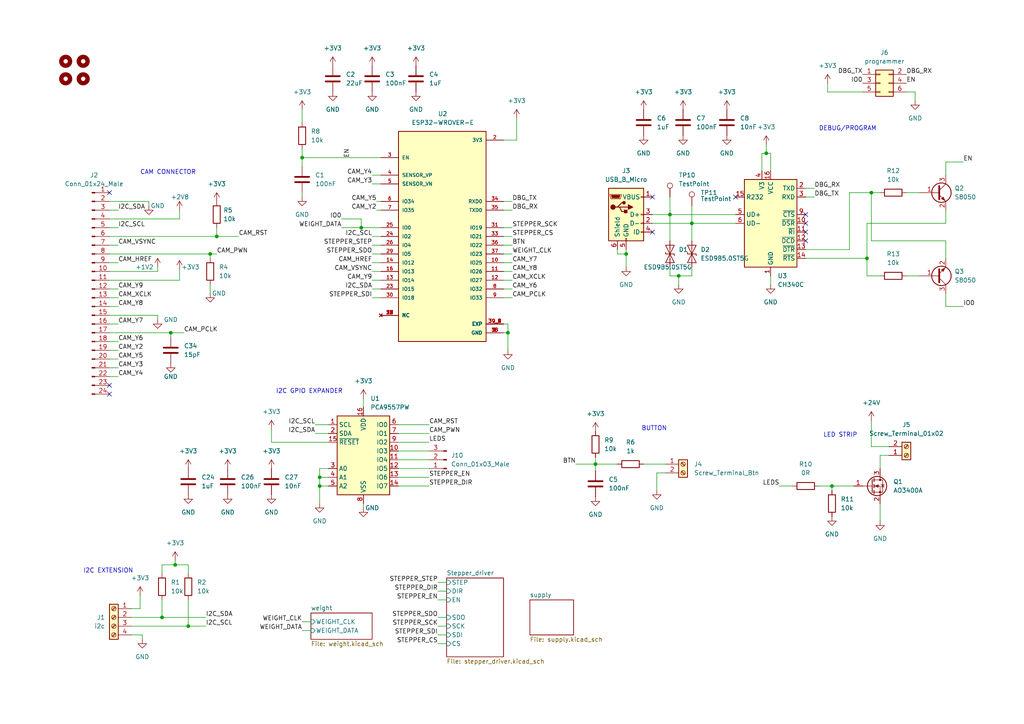
<source format=kicad_sch>
(kicad_sch (version 20211123) (generator eeschema)
  (paper "A4")
  (lib_symbols
    (symbol "Connector:Conn_01x03_Male" (pin_names (offset 1.016) hide)
      (property "Reference" "J" (at 0 5.08 0))
      (property "Value" "Conn_01x03_Male" (at 0 -5.08 0))
      (symbol "Conn_01x03_Male_1_1"
        (pin passive line (at 5.08 2.54 180) (length 3.81) (name "Pin_1") (number "1"))
        (pin passive line (at 5.08 0 180) (length 3.81) (name "Pin_2") (number "2"))
        (pin passive line (at 5.08 -2.54 180) (length 3.81) (name "Pin_3") (number "3"))
      )
    )
    (symbol "Connector:Conn_01x24_Male" (pin_names (offset 1.016) hide)
      (property "Reference" "J" (at 0 30.48 0))
      (property "Value" "Conn_01x24_Male" (at 0 -33.02 0))
      (symbol "Conn_01x24_Male_1_1"
        (pin passive line (at 5.08 27.94 180) (length 3.81) (name "Pin_1") (number "1"))
        (pin passive line (at 5.08 5.08 180) (length 3.81) (name "Pin_10") (number "10"))
        (pin passive line (at 5.08 2.54 180) (length 3.81) (name "Pin_11") (number "11"))
        (pin passive line (at 5.08 0 180) (length 3.81) (name "Pin_12") (number "12"))
        (pin passive line (at 5.08 -2.54 180) (length 3.81) (name "Pin_13") (number "13"))
        (pin passive line (at 5.08 -5.08 180) (length 3.81) (name "Pin_14") (number "14"))
        (pin passive line (at 5.08 -7.62 180) (length 3.81) (name "Pin_15") (number "15"))
        (pin passive line (at 5.08 -10.16 180) (length 3.81) (name "Pin_16") (number "16"))
        (pin passive line (at 5.08 -12.7 180) (length 3.81) (name "Pin_17") (number "17"))
        (pin passive line (at 5.08 -15.24 180) (length 3.81) (name "Pin_18") (number "18"))
        (pin passive line (at 5.08 -17.78 180) (length 3.81) (name "Pin_19") (number "19"))
        (pin passive line (at 5.08 25.4 180) (length 3.81) (name "Pin_2") (number "2"))
        (pin passive line (at 5.08 -20.32 180) (length 3.81) (name "Pin_20") (number "20"))
        (pin passive line (at 5.08 -22.86 180) (length 3.81) (name "Pin_21") (number "21"))
        (pin passive line (at 5.08 -25.4 180) (length 3.81) (name "Pin_22") (number "22"))
        (pin passive line (at 5.08 -27.94 180) (length 3.81) (name "Pin_23") (number "23"))
        (pin passive line (at 5.08 -30.48 180) (length 3.81) (name "Pin_24") (number "24"))
        (pin passive line (at 5.08 22.86 180) (length 3.81) (name "Pin_3") (number "3"))
        (pin passive line (at 5.08 20.32 180) (length 3.81) (name "Pin_4") (number "4"))
        (pin passive line (at 5.08 17.78 180) (length 3.81) (name "Pin_5") (number "5"))
        (pin passive line (at 5.08 15.24 180) (length 3.81) (name "Pin_6") (number "6"))
        (pin passive line (at 5.08 12.7 180) (length 3.81) (name "Pin_7") (number "7"))
        (pin passive line (at 5.08 10.16 180) (length 3.81) (name "Pin_8") (number "8"))
        (pin passive line (at 5.08 7.62 180) (length 3.81) (name "Pin_9") (number "9"))
      )
    )
    (symbol "Connector:Screw_Terminal_01x02" (pin_names (offset 1.016) hide)
      (property "Reference" "J" (at 0 2.54 0))
      (property "Value" "Screw_Terminal_01x02" (at 0 -5.08 0))
      (symbol "Screw_Terminal_01x02_1_1"
        (pin passive line (at -5.08 0 0) (length 3.81) (name "Pin_1") (number "1"))
        (pin passive line (at -5.08 -2.54 0) (length 3.81) (name "Pin_2") (number "2"))
      )
    )
    (symbol "Connector:Screw_Terminal_01x04" (pin_names (offset 1.016) hide)
      (property "Reference" "J" (at 0 5.08 0))
      (property "Value" "Screw_Terminal_01x04" (at 0 -7.62 0))
      (symbol "Screw_Terminal_01x04_1_1"
        (pin passive line (at -5.08 2.54 0) (length 3.81) (name "Pin_1") (number "1"))
        (pin passive line (at -5.08 0 0) (length 3.81) (name "Pin_2") (number "2"))
        (pin passive line (at -5.08 -2.54 0) (length 3.81) (name "Pin_3") (number "3"))
        (pin passive line (at -5.08 -5.08 0) (length 3.81) (name "Pin_4") (number "4"))
      )
    )
    (symbol "Connector:TestPoint" (pin_numbers hide) (pin_names (offset 0.762) hide)
      (property "Reference" "TP" (at 0 6.858 0))
      (property "Value" "TestPoint" (at 0 5.08 0))
      (symbol "TestPoint_1_1"
        (pin passive line (at 0 0 90) (length 2.54) (name "1") (number "1"))
      )
    )
    (symbol "Connector:USB_B_Micro" (pin_names (offset 1.016))
      (property "Reference" "J" (at -5.08 11.43 0))
      (property "Value" "USB_B_Micro" (at -5.08 8.89 0))
      (symbol "USB_B_Micro_1_1"
        (pin power_out line (at 7.62 5.08 180) (length 2.54) (name "VBUS") (number "1"))
        (pin bidirectional line (at 7.62 -2.54 180) (length 2.54) (name "D-") (number "2"))
        (pin bidirectional line (at 7.62 0 180) (length 2.54) (name "D+") (number "3"))
        (pin passive line (at 7.62 -5.08 180) (length 2.54) (name "ID") (number "4"))
        (pin power_out line (at 0 -10.16 90) (length 2.54) (name "GND") (number "5"))
        (pin passive line (at -2.54 -10.16 90) (length 2.54) (name "Shield") (number "6"))
      )
    )
    (symbol "Connector_Generic:Conn_02x03_Odd_Even" (pin_names (offset 1.016) hide)
      (property "Reference" "J" (at 1.27 5.08 0))
      (property "Value" "Conn_02x03_Odd_Even" (at 1.27 -5.08 0))
      (symbol "Conn_02x03_Odd_Even_1_1"
        (pin passive line (at -5.08 2.54 0) (length 3.81) (name "Pin_1") (number "1"))
        (pin passive line (at 7.62 2.54 180) (length 3.81) (name "Pin_2") (number "2"))
        (pin passive line (at -5.08 0 0) (length 3.81) (name "Pin_3") (number "3"))
        (pin passive line (at 7.62 0 180) (length 3.81) (name "Pin_4") (number "4"))
        (pin passive line (at -5.08 -2.54 0) (length 3.81) (name "Pin_5") (number "5"))
        (pin passive line (at 7.62 -2.54 180) (length 3.81) (name "Pin_6") (number "6"))
      )
    )
    (symbol "Device:C" (pin_numbers hide) (pin_names (offset 0.254))
      (property "Reference" "C" (at 0.635 2.54 0))
      (property "Value" "C" (at 0.635 -2.54 0))
      (symbol "C_1_1"
        (pin passive line (at 0 3.81 270) (length 2.794) (name "~") (number "1"))
        (pin passive line (at 0 -3.81 90) (length 2.794) (name "~") (number "2"))
      )
    )
    (symbol "Device:Q_NPN_BEC" (pin_names (offset 0) hide)
      (property "Reference" "Q" (at 5.08 1.27 0))
      (property "Value" "Q_NPN_BEC" (at 5.08 -1.27 0))
      (symbol "Q_NPN_BEC_1_1"
        (pin input line (at -5.08 0 0) (length 5.715) (name "B") (number "1"))
        (pin passive line (at 2.54 -5.08 90) (length 2.54) (name "E") (number "2"))
        (pin passive line (at 2.54 5.08 270) (length 2.54) (name "C") (number "3"))
      )
    )
    (symbol "Device:R" (pin_numbers hide) (pin_names (offset 0))
      (property "Reference" "R" (at 2.032 0 90))
      (property "Value" "R" (at 0 0 90))
      (symbol "R_1_1"
        (pin passive line (at 0 3.81 270) (length 1.27) (name "~") (number "1"))
        (pin passive line (at 0 -3.81 90) (length 1.27) (name "~") (number "2"))
      )
    )
    (symbol "Diode:ESD9B5.0ST5G" (pin_numbers hide) (pin_names (offset 1.016) hide)
      (property "Reference" "D" (at 0 2.54 0))
      (property "Value" "ESD9B5.0ST5G" (at 0 -2.54 0))
      (symbol "ESD9B5.0ST5G_1_1"
        (pin passive line (at -3.81 0 0) (length 2.54) (name "A1") (number "1"))
        (pin passive line (at 3.81 0 180) (length 2.54) (name "A2") (number "2"))
      )
    )
    (symbol "Interface_Expansion:PCA9557PW"
      (property "Reference" "U" (at -7.62 11.43 0))
      (property "Value" "PCA9557PW" (at 2.54 11.43 0))
      (symbol "PCA9557PW_1_1"
        (pin input line (at -10.16 7.62 0) (length 2.54) (name "SCL") (number "1"))
        (pin bidirectional line (at 10.16 0 180) (length 2.54) (name "IO3") (number "10"))
        (pin bidirectional line (at 10.16 -2.54 180) (length 2.54) (name "IO4") (number "11"))
        (pin bidirectional line (at 10.16 -5.08 180) (length 2.54) (name "IO5") (number "12"))
        (pin bidirectional line (at 10.16 -7.62 180) (length 2.54) (name "IO6") (number "13"))
        (pin bidirectional line (at 10.16 -10.16 180) (length 2.54) (name "IO7") (number "14"))
        (pin input line (at -10.16 2.54 0) (length 2.54) (name "~{RESET}") (number "15"))
        (pin power_in line (at 0 12.7 270) (length 2.54) (name "VDD") (number "16"))
        (pin bidirectional line (at -10.16 5.08 0) (length 2.54) (name "SDA") (number "2"))
        (pin input line (at -10.16 -5.08 0) (length 2.54) (name "A0") (number "3"))
        (pin input line (at -10.16 -7.62 0) (length 2.54) (name "A1") (number "4"))
        (pin input line (at -10.16 -10.16 0) (length 2.54) (name "A2") (number "5"))
        (pin bidirectional line (at 10.16 7.62 180) (length 2.54) (name "IO0") (number "6"))
        (pin bidirectional line (at 10.16 5.08 180) (length 2.54) (name "IO1") (number "7"))
        (pin power_in line (at 0 -15.24 90) (length 2.54) (name "VSS") (number "8"))
        (pin bidirectional line (at 10.16 2.54 180) (length 2.54) (name "IO2") (number "9"))
      )
    )
    (symbol "Interface_USB:CH340C"
      (property "Reference" "U" (at -5.08 13.97 0))
      (property "Value" "CH340C" (at 1.27 13.97 0))
      (symbol "CH340C_1_1"
        (pin power_in line (at 0 -15.24 90) (length 2.54) (name "GND") (number "1"))
        (pin input line (at 10.16 0 180) (length 2.54) (name "~{DSR}") (number "10"))
        (pin input line (at 10.16 -2.54 180) (length 2.54) (name "~{RI}") (number "11"))
        (pin input line (at 10.16 -5.08 180) (length 2.54) (name "~{DCD}") (number "12"))
        (pin output line (at 10.16 -7.62 180) (length 2.54) (name "~{DTR}") (number "13"))
        (pin output line (at 10.16 -10.16 180) (length 2.54) (name "~{RTS}") (number "14"))
        (pin input line (at -10.16 7.62 0) (length 2.54) (name "R232") (number "15"))
        (pin power_in line (at 0 15.24 270) (length 2.54) (name "VCC") (number "16"))
        (pin output line (at 10.16 10.16 180) (length 2.54) (name "TXD") (number "2"))
        (pin input line (at 10.16 7.62 180) (length 2.54) (name "RXD") (number "3"))
        (pin passive line (at -2.54 15.24 270) (length 2.54) (name "V3") (number "4"))
        (pin bidirectional line (at -10.16 2.54 0) (length 2.54) (name "UD+") (number "5"))
        (pin bidirectional line (at -10.16 0 0) (length 2.54) (name "UD-") (number "6"))
        (pin no_connect line (at -7.62 -7.62 0) (length 2.54) hide (name "NC") (number "7"))
        (pin no_connect line (at -7.62 -10.16 0) (length 2.54) hide (name "NC") (number "8"))
        (pin input line (at 10.16 2.54 180) (length 2.54) (name "~{CTS}") (number "9"))
      )
    )
    (symbol "Mechanical:MountingHole" (pin_names (offset 1.016))
      (property "Reference" "H" (at 0 5.08 0))
      (property "Value" "MountingHole" (at 0 3.175 0))
    )
    (symbol "Transistor_FET:AO3400A" (pin_names hide)
      (property "Reference" "Q" (at 5.08 1.905 0))
      (property "Value" "AO3400A" (at 5.08 0 0))
      (symbol "AO3400A_1_1"
        (pin input line (at -5.08 0 0) (length 2.54) (name "G") (number "1"))
        (pin passive line (at 2.54 -5.08 90) (length 2.54) (name "S") (number "2"))
        (pin passive line (at 2.54 5.08 270) (length 2.54) (name "D") (number "3"))
      )
    )
    (symbol "hamboard:ESP32-WROVER-E-N4R8" (pin_names (offset 1.016))
      (property "Reference" "U" (at -12.7 30.988 0))
      (property "Value" "ESP32-WROVER-E-N4R8" (at -12.7 -33.02 0))
      (symbol "ESP32-WROVER-E-N4R8_0_0"
        (pin power_in line (at 17.78 -27.94 180) (length 5.08) (name "GND") (number "1"))
        (pin bidirectional line (at 17.78 -7.62 180) (length 5.08) (name "IO25") (number "10"))
        (pin bidirectional line (at 17.78 -10.16 180) (length 5.08) (name "IO26") (number "11"))
        (pin bidirectional line (at 17.78 -12.7 180) (length 5.08) (name "IO27") (number "12"))
        (pin bidirectional line (at -17.78 -12.7 0) (length 5.08) (name "IO14") (number "13"))
        (pin bidirectional line (at -17.78 -7.62 0) (length 5.08) (name "IO12") (number "14"))
        (pin power_in line (at 17.78 -27.94 180) (length 5.08) (name "GND") (number "15"))
        (pin bidirectional line (at -17.78 -10.16 0) (length 5.08) (name "IO13") (number "16"))
        (pin no_connect line (at -17.78 -22.86 0) (length 5.08) (name "NC") (number "17"))
        (pin no_connect line (at -17.78 -22.86 0) (length 5.08) (name "NC") (number "18"))
        (pin no_connect line (at -17.78 -22.86 0) (length 5.08) (name "NC") (number "19"))
        (pin power_in line (at 17.78 27.94 180) (length 5.08) (name "3V3") (number "2"))
        (pin no_connect line (at -17.78 -22.86 0) (length 5.08) (name "NC") (number "20"))
        (pin no_connect line (at -17.78 -22.86 0) (length 5.08) (name "NC") (number "21"))
        (pin no_connect line (at -17.78 -22.86 0) (length 5.08) (name "NC") (number "22"))
        (pin bidirectional line (at -17.78 -15.24 0) (length 5.08) (name "IO15") (number "23"))
        (pin bidirectional line (at -17.78 0 0) (length 5.08) (name "IO2") (number "24"))
        (pin bidirectional line (at -17.78 2.54 0) (length 5.08) (name "IO0") (number "25"))
        (pin bidirectional line (at -17.78 -2.54 0) (length 5.08) (name "IO4") (number "26"))
        (pin no_connect line (at -17.78 -22.86 0) (length 5.08) (name "NC") (number "27"))
        (pin no_connect line (at -17.78 -22.86 0) (length 5.08) (name "NC") (number "28"))
        (pin bidirectional line (at -17.78 -5.08 0) (length 5.08) (name "IO5") (number "29"))
        (pin input line (at -17.78 22.86 0) (length 5.08) (name "EN") (number "3"))
        (pin bidirectional line (at -17.78 -17.78 0) (length 5.08) (name "IO18") (number "30"))
        (pin bidirectional line (at 17.78 2.54 180) (length 5.08) (name "IO19") (number "31"))
        (pin no_connect line (at -17.78 -22.86 0) (length 5.08) (name "NC") (number "32"))
        (pin bidirectional line (at 17.78 0 180) (length 5.08) (name "IO21") (number "33"))
        (pin bidirectional line (at 17.78 10.16 180) (length 5.08) (name "RXD0") (number "34"))
        (pin bidirectional line (at 17.78 7.62 180) (length 5.08) (name "TXD0") (number "35"))
        (pin bidirectional line (at 17.78 -2.54 180) (length 5.08) (name "IO22") (number "36"))
        (pin bidirectional line (at 17.78 -5.08 180) (length 5.08) (name "IO23") (number "37"))
        (pin power_in line (at 17.78 -27.94 180) (length 5.08) (name "GND") (number "38"))
        (pin power_in line (at 17.78 -25.4 180) (length 5.08) (name "EXP") (number "39_1"))
        (pin power_in line (at 17.78 -25.4 180) (length 5.08) (name "EXP") (number "39_2"))
        (pin power_in line (at 17.78 -25.4 180) (length 5.08) (name "EXP") (number "39_3"))
        (pin power_in line (at 17.78 -25.4 180) (length 5.08) (name "EXP") (number "39_4"))
        (pin power_in line (at 17.78 -25.4 180) (length 5.08) (name "EXP") (number "39_5"))
        (pin power_in line (at 17.78 -25.4 180) (length 5.08) (name "EXP") (number "39_6"))
        (pin power_in line (at 17.78 -25.4 180) (length 5.08) (name "EXP") (number "39_7"))
        (pin power_in line (at 17.78 -25.4 180) (length 5.08) (name "EXP") (number "39_8"))
        (pin power_in line (at 17.78 -25.4 180) (length 5.08) (name "EXP") (number "39_9"))
        (pin input line (at -17.78 17.78 0) (length 5.08) (name "SENSOR_VP") (number "4"))
        (pin input line (at -17.78 15.24 0) (length 5.08) (name "SENSOR_VN") (number "5"))
        (pin input line (at -17.78 10.16 0) (length 5.08) (name "IO34") (number "6"))
        (pin input line (at -17.78 7.62 0) (length 5.08) (name "IO35") (number "7"))
        (pin bidirectional line (at 17.78 -15.24 180) (length 5.08) (name "IO32") (number "8"))
        (pin bidirectional line (at 17.78 -17.78 180) (length 5.08) (name "IO33") (number "9"))
      )
    )
    (symbol "power:+1V2" (power) (pin_names (offset 0))
      (property "Value" "+1V2" (at 0 3.556 0))
      (symbol "+1V2_1_1"
        (pin power_in line (at 0 0 90) (length 0) hide (name "+1V2") (number "1"))
      )
    )
    (symbol "power:+24V" (power) (pin_names (offset 0))
      (property "Value" "+24V" (at 0 3.556 0))
      (symbol "+24V_1_1"
        (pin power_in line (at 0 0 90) (length 0) hide (name "+24V") (number "1"))
      )
    )
    (symbol "power:+2V8" (power) (pin_names (offset 0))
      (property "Value" "+2V8" (at 0 3.556 0))
      (symbol "+2V8_1_1"
        (pin power_in line (at 0 0 90) (length 0) hide (name "+2V8") (number "1"))
      )
    )
    (symbol "power:+3V3" (power) (pin_names (offset 0))
      (property "Value" "+3V3" (at 0 3.556 0))
      (symbol "+3V3_1_1"
        (pin power_in line (at 0 0 90) (length 0) hide (name "+3V3") (number "1"))
      )
    )
    (symbol "power:GND" (power) (pin_names (offset 0))
      (property "Value" "GND" (at 0 -3.81 0))
      (symbol "GND_1_1"
        (pin power_in line (at 0 0 270) (length 0) hide (name "GND") (number "1"))
      )
    )
  )
  (junction (at 54.61 181.61))
  (junction (at 194.31 62.23))
  (junction (at 196.85 80.01))
  (junction (at 62.865 68.58))
  (junction (at 49.53 96.52))
  (junction (at 222.25 44.45))
  (junction (at 60.96 73.66))
  (junction (at 87.63 45.72))
  (junction (at 104.775 66.04))
  (junction (at 181.61 73.66))
  (junction (at 200.66 64.77))
  (junction (at 92.71 140.97))
  (junction (at 147.32 96.52))
  (junction (at 172.72 134.62))
  (junction (at 252.73 55.88))
  (junction (at 251.46 74.93))
  (junction (at 241.3 140.97))
  (junction (at 92.71 138.43))
  (junction (at 46.99 179.07))
  (junction (at 50.8 163.83))
  (no_connect (at 31.75 114.3))
  (no_connect (at 31.75 111.76))
  (no_connect (at 31.75 55.88))
  (no_connect (at 189.23 67.31))
  (no_connect (at 189.23 57.15))
  (no_connect (at 213.36 57.15))
  (no_connect (at 233.68 62.23))
  (no_connect (at 233.68 64.77))
  (no_connect (at 233.68 67.31))
  (no_connect (at 233.68 69.85))
  (wire (pts (xy 107.95 73.66) (xy 110.49 73.66)))
  (wire (pts (xy 87.63 55.88) (xy 87.63 57.15)))
  (wire (pts (xy 252.73 129.54) (xy 257.81 129.54)))
  (wire (pts (xy 87.63 43.18) (xy 87.63 45.72)))
  (wire (pts (xy 255.27 132.08) (xy 255.27 135.89)))
  (wire (pts (xy 148.59 83.82) (xy 146.05 83.82)))
  (wire (pts (xy 104.775 66.04) (xy 110.49 66.04)))
  (wire (pts (xy 186.69 134.62) (xy 193.04 134.62)))
  (wire (pts (xy 34.29 86.36) (xy 31.75 86.36)))
  (wire (pts (xy 92.71 140.97) (xy 92.71 146.05)))
  (wire (pts (xy 181.61 73.66) (xy 181.61 77.47)))
  (wire (pts (xy 251.46 74.93) (xy 251.46 80.01)))
  (wire (pts (xy 237.49 140.97) (xy 241.3 140.97)))
  (wire (pts (xy 34.29 76.2) (xy 31.75 76.2)))
  (wire (pts (xy 220.98 49.53) (xy 220.98 44.45)))
  (wire (pts (xy 196.85 80.01) (xy 196.85 82.55)))
  (wire (pts (xy 147.32 96.52) (xy 147.32 93.98)))
  (wire (pts (xy 62.865 73.66) (xy 60.96 73.66)))
  (wire (pts (xy 92.71 135.89) (xy 92.71 138.43)))
  (wire (pts (xy 274.32 46.99) (xy 279.4 46.99)))
  (wire (pts (xy 40.64 172.72) (xy 40.64 176.53)))
  (wire (pts (xy 87.63 45.72) (xy 110.49 45.72)))
  (wire (pts (xy 148.59 58.42) (xy 146.05 58.42)))
  (wire (pts (xy 223.52 49.53) (xy 223.52 44.45)))
  (wire (pts (xy 31.75 91.44) (xy 45.72 91.44)))
  (wire (pts (xy 274.32 50.8) (xy 274.32 46.99)))
  (wire (pts (xy 115.57 138.43) (xy 124.46 138.43)))
  (wire (pts (xy 34.29 101.6) (xy 31.75 101.6)))
  (wire (pts (xy 172.72 134.62) (xy 172.72 136.525)))
  (wire (pts (xy 99.06 66.04) (xy 104.775 66.04)))
  (wire (pts (xy 115.57 135.89) (xy 124.46 135.89)))
  (wire (pts (xy 107.95 50.8) (xy 110.49 50.8)))
  (wire (pts (xy 60.96 85.09) (xy 60.96 82.55)))
  (wire (pts (xy 38.1 179.07) (xy 46.99 179.07)))
  (wire (pts (xy 200.66 64.77) (xy 213.36 64.77)))
  (wire (pts (xy 34.29 109.22) (xy 31.75 109.22)))
  (wire (pts (xy 45.72 91.44) (xy 45.72 92.71)))
  (wire (pts (xy 31.75 81.28) (xy 52.07 81.28)))
  (wire (pts (xy 53.34 96.52) (xy 49.53 96.52)))
  (wire (pts (xy 274.32 60.96) (xy 274.32 64.77)))
  (wire (pts (xy 127 181.61) (xy 129.54 181.61)))
  (wire (pts (xy 181.61 72.39) (xy 181.61 73.66)))
  (wire (pts (xy 240.03 26.67) (xy 250.19 26.67)))
  (wire (pts (xy 107.95 86.36) (xy 110.49 86.36)))
  (wire (pts (xy 127 173.99) (xy 129.54 173.99)))
  (wire (pts (xy 127 186.69) (xy 129.54 186.69)))
  (wire (pts (xy 34.29 99.06) (xy 31.75 99.06)))
  (wire (pts (xy 50.8 162.56) (xy 50.8 163.83)))
  (wire (pts (xy 255.27 146.05) (xy 255.27 151.13)))
  (wire (pts (xy 251.46 80.01) (xy 255.27 80.01)))
  (wire (pts (xy 146.05 96.52) (xy 147.32 96.52)))
  (wire (pts (xy 34.29 60.96) (xy 31.75 60.96)))
  (wire (pts (xy 34.29 104.14) (xy 31.75 104.14)))
  (wire (pts (xy 240.03 24.13) (xy 240.03 26.67)))
  (wire (pts (xy 172.72 132.715) (xy 172.72 134.62)))
  (wire (pts (xy 223.52 80.01) (xy 223.52 82.55)))
  (wire (pts (xy 31.75 78.74) (xy 45.72 78.74)))
  (wire (pts (xy 148.59 60.96) (xy 146.05 60.96)))
  (wire (pts (xy 189.23 62.23) (xy 194.31 62.23)))
  (wire (pts (xy 124.46 130.81) (xy 115.57 130.81)))
  (wire (pts (xy 43.18 58.42) (xy 43.18 59.69)))
  (wire (pts (xy 262.89 26.67) (xy 265.43 26.67)))
  (wire (pts (xy 190.5 142.24) (xy 190.5 137.16)))
  (wire (pts (xy 194.31 77.47) (xy 194.31 80.01)))
  (wire (pts (xy 34.29 93.98) (xy 31.75 93.98)))
  (wire (pts (xy 127 171.45) (xy 129.54 171.45)))
  (wire (pts (xy 41.275 184.15) (xy 41.275 185.42)))
  (wire (pts (xy 246.38 72.39) (xy 246.38 55.88)))
  (wire (pts (xy 200.66 64.77) (xy 200.66 69.85)))
  (wire (pts (xy 172.72 134.62) (xy 179.07 134.62)))
  (wire (pts (xy 105.41 146.05) (xy 105.41 147.32)))
  (wire (pts (xy 95.25 128.27) (xy 78.74 128.27)))
  (wire (pts (xy 107.95 71.12) (xy 110.49 71.12)))
  (wire (pts (xy 87.63 31.75) (xy 87.63 35.56)))
  (wire (pts (xy 54.61 181.61) (xy 59.69 181.61)))
  (wire (pts (xy 189.23 64.77) (xy 200.66 64.77)))
  (wire (pts (xy 91.44 123.19) (xy 95.25 123.19)))
  (wire (pts (xy 62.865 66.04) (xy 62.865 68.58)))
  (wire (pts (xy 104.775 63.5) (xy 104.775 66.04)))
  (wire (pts (xy 31.75 63.5) (xy 52.07 63.5)))
  (wire (pts (xy 34.29 71.12) (xy 31.75 71.12)))
  (wire (pts (xy 251.46 64.77) (xy 251.46 74.93)))
  (wire (pts (xy 95.25 138.43) (xy 92.71 138.43)))
  (wire (pts (xy 194.31 62.23) (xy 194.31 69.85)))
  (wire (pts (xy 38.1 184.15) (xy 41.275 184.15)))
  (wire (pts (xy 194.31 57.15) (xy 194.31 62.23)))
  (wire (pts (xy 233.68 74.93) (xy 251.46 74.93)))
  (wire (pts (xy 87.63 180.34) (xy 90.17 180.34)))
  (wire (pts (xy 46.99 173.99) (xy 46.99 179.07)))
  (wire (pts (xy 167.005 134.62) (xy 172.72 134.62)))
  (wire (pts (xy 262.89 80.01) (xy 266.7 80.01)))
  (wire (pts (xy 124.46 133.35) (xy 115.57 133.35)))
  (wire (pts (xy 279.4 88.9) (xy 274.32 88.9)))
  (wire (pts (xy 194.31 80.01) (xy 196.85 80.01)))
  (wire (pts (xy 274.32 85.09) (xy 274.32 88.9)))
  (wire (pts (xy 233.68 54.61) (xy 236.22 54.61)))
  (wire (pts (xy 127 179.07) (xy 129.54 179.07)))
  (wire (pts (xy 78.74 128.27) (xy 78.74 124.46)))
  (wire (pts (xy 107.95 76.2) (xy 110.49 76.2)))
  (wire (pts (xy 54.61 173.99) (xy 54.61 181.61)))
  (wire (pts (xy 222.25 41.91) (xy 222.25 44.45)))
  (wire (pts (xy 179.07 72.39) (xy 179.07 73.66)))
  (wire (pts (xy 252.73 69.85) (xy 252.73 55.88)))
  (wire (pts (xy 45.72 77.47) (xy 45.72 78.74)))
  (wire (pts (xy 194.31 62.23) (xy 213.36 62.23)))
  (wire (pts (xy 107.95 83.82) (xy 110.49 83.82)))
  (wire (pts (xy 200.66 77.47) (xy 200.66 80.01)))
  (wire (pts (xy 148.59 81.28) (xy 146.05 81.28)))
  (wire (pts (xy 200.66 59.69) (xy 200.66 64.77)))
  (wire (pts (xy 146.05 93.98) (xy 147.32 93.98)))
  (wire (pts (xy 149.86 40.64) (xy 146.05 40.64)))
  (wire (pts (xy 115.57 140.97) (xy 124.46 140.97)))
  (wire (pts (xy 95.25 140.97) (xy 92.71 140.97)))
  (wire (pts (xy 91.44 125.73) (xy 95.25 125.73)))
  (wire (pts (xy 49.53 96.52) (xy 49.53 97.79)))
  (wire (pts (xy 147.32 101.6) (xy 147.32 96.52)))
  (wire (pts (xy 190.5 137.16) (xy 193.04 137.16)))
  (wire (pts (xy 220.98 44.45) (xy 222.25 44.45)))
  (wire (pts (xy 107.95 53.34) (xy 110.49 53.34)))
  (wire (pts (xy 40.64 176.53) (xy 38.1 176.53)))
  (wire (pts (xy 87.63 182.88) (xy 90.17 182.88)))
  (wire (pts (xy 124.46 125.73) (xy 115.57 125.73)))
  (wire (pts (xy 38.1 181.61) (xy 54.61 181.61)))
  (wire (pts (xy 148.59 66.04) (xy 146.05 66.04)))
  (wire (pts (xy 262.89 55.88) (xy 266.7 55.88)))
  (wire (pts (xy 34.29 106.68) (xy 31.75 106.68)))
  (wire (pts (xy 92.71 138.43) (xy 92.71 140.97)))
  (wire (pts (xy 148.59 76.2) (xy 146.05 76.2)))
  (wire (pts (xy 107.95 68.58) (xy 110.49 68.58)))
  (wire (pts (xy 127 184.15) (xy 129.54 184.15)))
  (wire (pts (xy 99.06 63.5) (xy 104.775 63.5)))
  (wire (pts (xy 241.3 140.97) (xy 241.3 142.24)))
  (wire (pts (xy 233.68 57.15) (xy 236.22 57.15)))
  (wire (pts (xy 241.3 140.97) (xy 247.65 140.97)))
  (wire (pts (xy 233.68 72.39) (xy 246.38 72.39)))
  (wire (pts (xy 252.73 55.88) (xy 255.27 55.88)))
  (wire (pts (xy 148.59 78.74) (xy 146.05 78.74)))
  (wire (pts (xy 265.43 29.21) (xy 265.43 26.67)))
  (wire (pts (xy 274.32 64.77) (xy 251.46 64.77)))
  (wire (pts (xy 124.46 128.27) (xy 115.57 128.27)))
  (wire (pts (xy 127 168.91) (xy 129.54 168.91)))
  (wire (pts (xy 246.38 55.88) (xy 252.73 55.88)))
  (wire (pts (xy 54.61 166.37) (xy 54.61 163.83)))
  (wire (pts (xy 196.85 80.01) (xy 200.66 80.01)))
  (wire (pts (xy 31.75 58.42) (xy 43.18 58.42)))
  (wire (pts (xy 105.41 115.57) (xy 105.41 118.11)))
  (wire (pts (xy 223.52 44.45) (xy 222.25 44.45)))
  (wire (pts (xy 34.29 66.04) (xy 31.75 66.04)))
  (wire (pts (xy 59.69 179.07) (xy 46.99 179.07)))
  (wire (pts (xy 62.865 68.58) (xy 31.75 68.58)))
  (wire (pts (xy 52.07 60.96) (xy 52.07 63.5)))
  (wire (pts (xy 49.53 96.52) (xy 31.75 96.52)))
  (wire (pts (xy 60.96 73.66) (xy 31.75 73.66)))
  (wire (pts (xy 226.06 140.97) (xy 229.87 140.97)))
  (wire (pts (xy 46.99 163.83) (xy 46.99 166.37)))
  (wire (pts (xy 274.32 74.93) (xy 274.32 69.85)))
  (wire (pts (xy 69.215 68.58) (xy 62.865 68.58)))
  (wire (pts (xy 255.27 132.08) (xy 257.81 132.08)))
  (wire (pts (xy 274.32 69.85) (xy 252.73 69.85)))
  (wire (pts (xy 95.25 135.89) (xy 92.71 135.89)))
  (wire (pts (xy 34.29 88.9) (xy 31.75 88.9)))
  (wire (pts (xy 87.63 45.72) (xy 87.63 48.26)))
  (wire (pts (xy 52.07 78.105) (xy 52.07 81.28)))
  (wire (pts (xy 148.59 68.58) (xy 146.05 68.58)))
  (wire (pts (xy 109.22 58.42) (xy 110.49 58.42)))
  (wire (pts (xy 54.61 163.83) (xy 50.8 163.83)))
  (wire (pts (xy 179.07 73.66) (xy 181.61 73.66)))
  (wire (pts (xy 107.95 81.28) (xy 110.49 81.28)))
  (wire (pts (xy 148.59 73.66) (xy 146.05 73.66)))
  (wire (pts (xy 107.95 78.74) (xy 110.49 78.74)))
  (wire (pts (xy 149.86 34.29) (xy 149.86 40.64)))
  (wire (pts (xy 34.29 83.82) (xy 31.75 83.82)))
  (wire (pts (xy 148.59 86.36) (xy 146.05 86.36)))
  (wire (pts (xy 50.8 163.83) (xy 46.99 163.83)))
  (wire (pts (xy 148.59 71.12) (xy 146.05 71.12)))
  (wire (pts (xy 109.22 60.96) (xy 110.49 60.96)))
  (wire (pts (xy 252.73 121.92) (xy 252.73 129.54)))
  (wire (pts (xy 60.96 73.66) (xy 60.96 74.93)))
  (wire (pts (xy 124.46 123.19) (xy 115.57 123.19)))
  (text "I2C GPIO EXPANDER\n" (at 80.01 114.3 0) (effects (font (size 1.27 1.27)) (justify left bottom)))
  (text "CAM CONNECTOR\n" (at 40.64 50.8 0) (effects (font (size 1.27 1.27)) (justify left bottom)))
  (text "DEBUG/PROGRAM" (at 237.49 38.1 0) (effects (font (size 1.27 1.27)) (justify left bottom)))
  (text "BUTTON\n" (at 186.055 125.095 0) (effects (font (size 1.27 1.27)) (justify left bottom)))
  (text "I2C EXTENSION\n" (at 24.13 166.37 0) (effects (font (size 1.27 1.27)) (justify left bottom)))
  (text "LED STRIP" (at 238.76 127 0) (effects (font (size 1.27 1.27)) (justify left bottom)))
  (label "I2C_SDA" (at 59.69 179.07 0))
  (label "STEPPER_EN" (at 127 173.99 180))
  (label "STEPPER_EN" (at 124.46 138.43 0))
  (label "CAM_XCLK" (at 148.59 81.28 0))
  (label "WEIGHT_CLK" (at 148.59 73.66 0))
  (label "EN" (at 101.6 45.72 90))
  (label "CAM_Y2" (at 34.29 101.6 0))
  (label "DBG_TX" (at 250.19 21.59 180))
  (label "CAM_Y5" (at 109.22 58.42 180))
  (label "I2C_SCL" (at 91.44 123.19 180))
  (label "CAM_Y9" (at 107.95 81.28 180))
  (label "DBG_TX" (at 148.59 58.42 0))
  (label "EN" (at 279.4 46.99 0))
  (label "STEPPER_SDI" (at 107.95 86.36 180))
  (label "CAM_Y4" (at 34.29 109.22 0))
  (label "WEIGHT_DATA" (at 99.06 66.04 180))
  (label "CAM_Y6" (at 34.29 99.06 0))
  (label "IO0" (at 99.06 63.5 180))
  (label "STEPPER_DIR" (at 124.46 140.97 0))
  (label "CAM_VSYNC" (at 107.95 78.74 180))
  (label "CAM_Y6" (at 148.59 83.82 0))
  (label "CAM_PWN" (at 62.865 73.66 0))
  (label "CAM_Y5" (at 34.29 104.14 0))
  (label "STEPPER_SDI" (at 127 184.15 180))
  (label "STEPPER_CS" (at 148.59 68.58 0))
  (label "I2C_SCL" (at 59.69 181.61 0))
  (label "WEIGHT_CLK" (at 87.63 180.34 180))
  (label "I2C_SDA" (at 107.95 83.82 180))
  (label "CAM_VSYNC" (at 34.29 71.12 0))
  (label "LEDS" (at 124.46 128.27 0))
  (label "STEPPER_DIR" (at 127 171.45 180))
  (label "CAM_Y2" (at 109.22 60.96 180))
  (label "WEIGHT_DATA" (at 87.63 182.88 180))
  (label "I2C_SDA" (at 34.29 60.96 0))
  (label "DBG_RX" (at 262.89 21.59 0))
  (label "I2C_SCL" (at 34.29 66.04 0))
  (label "I2C_SDA" (at 91.44 125.73 180))
  (label "DBG_RX" (at 148.59 60.96 0))
  (label "CAM_RST" (at 69.215 68.58 0))
  (label "CAM_Y8" (at 148.59 78.74 0))
  (label "CAM_Y8" (at 34.29 88.9 0))
  (label "STEPPER_SCK" (at 148.59 66.04 0))
  (label "DBG_TX" (at 236.22 57.15 0))
  (label "CAM_HREF" (at 34.29 76.2 0))
  (label "EN" (at 262.89 24.13 0))
  (label "BTN" (at 167.005 134.62 180))
  (label "CAM_HREF" (at 107.95 76.2 180))
  (label "STEPPER_SDO" (at 107.95 73.66 180))
  (label "CAM_PCLK" (at 53.34 96.52 0))
  (label "IO0" (at 250.19 24.13 180))
  (label "CAM_Y4" (at 107.95 50.8 180))
  (label "CAM_PWN" (at 124.46 125.73 0))
  (label "LEDS" (at 226.06 140.97 180))
  (label "I2C_SCL" (at 107.95 68.58 180))
  (label "CAM_PCLK" (at 148.59 86.36 0))
  (label "CAM_Y3" (at 107.95 53.34 180))
  (label "CAM_XCLK" (at 34.29 86.36 0))
  (label "STEPPER_SDO" (at 127 179.07 180))
  (label "STEPPER_STEP" (at 107.95 71.12 180))
  (label "CAM_Y9" (at 34.29 83.82 0))
  (label "STEPPER_CS" (at 127 186.69 180))
  (label "IO0" (at 279.4 88.9 0))
  (label "STEPPER_STEP" (at 127 168.91 180))
  (label "STEPPER_SCK" (at 127 181.61 180))
  (label "CAM_Y7" (at 34.29 93.98 0))
  (label "CAM_Y3" (at 34.29 106.68 0))
  (label "BTN" (at 148.59 71.12 0))
  (label "CAM_RST" (at 124.46 123.19 0))
  (label "CAM_Y7" (at 148.59 76.2 0))
  (label "DBG_RX" (at 236.22 54.61 0))
  (symbol (lib_id "power:+3V3") (at 78.74 135.89 0) (unit 1)
    (property "Reference" "#PWR0103" (effects hide))
    (property "Value" "+3V3" (at 78.74 130.81 0))
  )
  (symbol (lib_id "power:GND") (at 92.71 146.05 0) (unit 1)
    (property "Reference" "#PWR010" (effects hide))
    (property "Value" "GND" (at 92.71 151.13 0))
  )
  (symbol (lib_id "power:GND") (at 107.95 26.67 0) (unit 1)
    (property "Reference" "#PWR018" (effects hide))
    (property "Value" "GND" (at 107.95 31.75 0))
  )
  (symbol (lib_id "Transistor_FET:AO3400A") (at 252.73 140.97 0) (unit 1)
    (property "Reference" "Q1" (at 259.08 139.6999 0) (effects (justify left)))
    (property "Value" "AO3400A" (at 259.08 142.2399 0) (effects (justify left)))
    (property "Footprint" "Package_TO_SOT_SMD:SOT-23" (effects hide))
    (property "Datasheet" "http://www.aosmd.com/pdfs/datasheet/AO3400A.pdf" (effects hide))
    (property "LCSC" "C347475" (effects hide))
  )
  (symbol (lib_id "power:+3V3") (at 210.82 31.75 0) (unit 1)
    (property "Reference" "#PWR032" (effects hide))
    (property "Value" "+3V3" (at 210.82 26.67 0))
  )
  (symbol (lib_id "Connector:Conn_01x24_Male") (at 26.67 83.82 0) (unit 1)
    (property "Reference" "J2" (at 27.305 50.8 0))
    (property "Value" "Conn_01x24_Male" (at 27.305 53.34 0))
    (property "Footprint" "Connector_FFC-FPC:Hirose_FH12-24S-0.5SH_1x24-1MP_P0.50mm_Horizontal" (effects hide))
    (property "Datasheet" "https://datasheet.lcsc.com/lcsc/2108150230_SHOU-HAN-0-5-24P-XGXJ-H2-0-119_C2858298.pdf" (effects hide))
    (property "LCSC" "C2858298" (effects hide))
  )
  (symbol (lib_id "Device:R") (at 233.68 140.97 90) (unit 1)
    (property "Reference" "R10" (at 233.68 134.62 90))
    (property "Value" "0R" (at 233.68 137.16 90))
    (property "Footprint" "Resistor_SMD:R_0805_2012Metric" (effects hide))
    (property "LCSC" "C2907288" (effects hide))
  )
  (symbol (lib_id "power:GND") (at 196.85 82.55 0) (unit 1)
    (property "Reference" "#PWR029" (effects hide))
    (property "Value" "GND" (at 196.85 87.63 0))
  )
  (symbol (lib_id "hamboard:ESP32-WROVER-E-N4R8") (at 128.27 68.58 0) (unit 1)
    (property "Reference" "U2" (at 127 33.02 0) (effects (justify left)))
    (property "Value" "ESP32-WROVER-E" (at 119.38 35.56 0) (effects (justify left)))
    (property "Footprint" "XCVR_ESP32-WROVER-E-N4R8" (effects hide))
    (property "Datasheet" "https://www.espressif.com/sites/default/files/documentation/esp32-wroom-32d_esp32-wroom-32u_datasheet_en.pdf" (effects hide))
    (property "MANUFACTURER" "Espressif Systems" (effects hide))
    (property "STANDARD" "Manufacturer Recommendations" (effects hide))
    (property "PARTREV" "1.6" (effects hide))
    (property "SNAPEDA_PN" "ESP32-WROVER-E-N4R8" (effects hide))
    (property "MAXIMUM_PACKAGE_HEIGHT" "3.45 mm" (effects hide))
    (property "LCSC" "C529589" (effects hide))
  )
  (symbol (lib_id "power:GND") (at 186.69 39.37 0) (unit 1)
    (property "Reference" "#PWR028" (effects hide))
    (property "Value" "GND" (at 186.69 44.45 0))
  )
  (symbol (lib_id "power:+3V3") (at 54.61 135.89 0) (unit 1)
    (property "Reference" "#PWR0104" (effects hide))
    (property "Value" "+3V3" (at 54.61 130.81 0))
  )
  (symbol (lib_id "power:GND") (at 66.04 143.51 0) (unit 1)
    (property "Reference" "#PWR0106" (effects hide))
    (property "Value" "GND" (at 66.04 148.59 0))
  )
  (symbol (lib_id "power:+3V3") (at 240.03 24.13 0) (unit 1)
    (property "Reference" "#PWR039" (effects hide))
    (property "Value" "+3V3" (at 240.03 19.05 0))
  )
  (symbol (lib_id "power:GND") (at 241.3 149.86 0) (unit 1)
    (property "Reference" "#PWR036" (effects hide))
    (property "Value" "GND" (at 241.3 154.94 0))
  )
  (symbol (lib_id "power:GND") (at 255.27 151.13 0) (unit 1)
    (property "Reference" "#PWR038" (effects hide))
    (property "Value" "GND" (at 255.27 156.21 0))
  )
  (symbol (lib_id "power:+3V3") (at 105.41 115.57 0) (unit 1)
    (property "Reference" "#PWR013" (effects hide))
    (property "Value" "+3V3" (at 105.41 110.49 0))
  )
  (symbol (lib_id "power:GND") (at 54.61 143.51 0) (unit 1)
    (property "Reference" "#PWR0105" (effects hide))
    (property "Value" "GND" (at 54.61 148.59 0))
  )
  (symbol (lib_id "Device:Q_NPN_BEC") (at 271.78 55.88 0) (unit 1)
    (property "Reference" "Q2" (at 276.86 54.6099 0) (effects (justify left)))
    (property "Value" "S8050" (at 276.86 57.1499 0) (effects (justify left)))
    (property "Footprint" "Package_TO_SOT_SMD:SOT-23" (effects hide))
    (property "Datasheet" "https://datasheet.lcsc.com/lcsc/2109011130_YONGYUTAI-S8050_C2891804.pdf" (effects hide))
    (property "LCSC" "C2891804" (effects hide))
  )
  (symbol (lib_id "Device:C") (at 96.52 22.86 0) (unit 1)
    (property "Reference" "C2" (at 100.33 21.5899 0) (effects (justify left)))
    (property "Value" "22uF" (at 100.33 24.1299 0) (effects (justify left)))
    (property "Footprint" "Capacitor_Tantalum_SMD:CP_EIA-1608-10_AVX-L" (effects hide))
    (property "LCSC" "C29277" (effects hide))
  )
  (symbol (lib_id "power:+3V3") (at 198.12 31.75 0) (unit 1)
    (property "Reference" "#PWR030" (effects hide))
    (property "Value" "+3V3" (at 198.12 26.67 0))
  )
  (symbol (lib_id "power:GND") (at 105.41 147.32 0) (unit 1)
    (property "Reference" "#PWR014" (effects hide))
    (property "Value" "GND" (at 107.95 147.32 0))
  )
  (symbol (lib_id "power:GND") (at 87.63 57.15 0) (unit 1)
    (property "Reference" "#PWR012" (effects hide))
    (property "Value" "GND" (at 87.63 62.23 0))
  )
  (symbol (lib_id "Device:C") (at 172.72 140.335 0) (unit 1)
    (property "Reference" "C5" (at 176.53 139.0649 0) (effects (justify left)))
    (property "Value" "100nF" (at 176.53 141.6049 0) (effects (justify left)))
    (property "Footprint" "Capacitor_SMD:C_0805_2012Metric" (effects hide))
    (property "LCSC" "C282732" (effects hide))
  )
  (symbol (lib_id "Connector:Screw_Terminal_01x02") (at 198.12 134.62 0) (unit 1)
    (property "Reference" "J4" (at 201.295 134.6199 0) (effects (justify left)))
    (property "Value" "Screw_Terminal_Btn" (at 201.295 137.1599 0) (effects (justify left)))
    (property "Footprint" "TerminalBlock:TerminalBlock_bornier-2_P5.08mm" (effects hide))
    (property "LCSC" "C394556" (effects hide))
  )
  (symbol (lib_id "Device:R") (at 87.63 39.37 0) (unit 1)
    (property "Reference" "R8" (at 90.17 38.0999 0) (effects (justify left)))
    (property "Value" "10k" (at 90.17 40.6399 0) (effects (justify left)))
    (property "Footprint" "Resistor_SMD:R_0805_2012Metric" (effects hide))
    (property "LCSC" "C2930231" (effects hide))
  )
  (symbol (lib_id "power:+3V3") (at 172.72 125.095 0) (unit 1)
    (property "Reference" "#PWR023" (effects hide))
    (property "Value" "+3V3" (at 172.72 120.015 0))
  )
  (symbol (lib_id "Diode:ESD9B5.0ST5G") (at 200.66 73.66 90) (unit 1)
    (property "Reference" "D2" (at 203.2 72.3899 90) (effects (justify right)))
    (property "Value" "ESD9B5.0ST5G" (at 203.2 74.9299 90) (effects (justify right)))
    (property "Footprint" "hamboard:Diodes_DFN1006" (effects hide))
    (property "Datasheet" "https://www.onsemi.com/pub/Collateral/ESD9B-D.PDF" (effects hide))
    (property "LCSC" "C2985641" (effects hide))
  )
  (symbol (lib_id "power:+24V") (at 252.73 121.92 0) (unit 1)
    (property "Reference" "#PWR0101" (effects hide))
    (property "Value" "+24V" (at 252.73 116.84 0))
  )
  (symbol (lib_id "Device:C") (at 210.82 35.56 0) (unit 1)
    (property "Reference" "C8" (at 214.63 34.2899 0) (effects (justify left)))
    (property "Value" "10nF" (at 214.63 36.8299 0) (effects (justify left)))
    (property "Footprint" "Capacitor_SMD:C_0805_2012Metric" (effects hide))
    (property "LCSC" "C376921" (effects hide))
  )
  (symbol (lib_id "Interface_Expansion:PCA9557PW") (at 105.41 130.81 0) (unit 1)
    (property "Reference" "U1" (at 107.4294 115.57 0) (effects (justify left)))
    (property "Value" "PCA9557PW" (at 107.4294 118.11 0) (effects (justify left)))
    (property "Footprint" "Package_SO:TSSOP-16_4.4x5mm_P0.65mm" (effects hide))
    (property "Datasheet" "https://www.nxp.com/docs/en/data-sheet/PCA9557.pdf" (effects hide))
    (property "LCSC" "C141380" (effects hide))
  )
  (symbol (lib_id "Diode:ESD9B5.0ST5G") (at 194.31 73.66 90) (unit 1)
    (property "Reference" "D1" (at 196.85 72.3899 90) (effects (justify right)))
    (property "Value" "ESD9B5.0ST5G" (at 186.69 77.47 90) (effects (justify right)))
    (property "Footprint" "hamboard:Diodes_DFN1006" (effects hide))
    (property "Datasheet" "https://www.onsemi.com/pub/Collateral/ESD9B-D.PDF" (effects hide))
    (property "LCSC" "C2985641" (effects hide))
  )
  (symbol (lib_id "Connector:Screw_Terminal_01x04") (at 33.02 179.07 0) (mirror y) (unit 1)
    (property "Reference" "J1" (at 30.48 179.0699 0) (effects (justify left)))
    (property "Value" "i2c" (at 30.48 181.6099 0) (effects (justify left)))
    (property "Footprint" "Connector_PinHeader_2.54mm:PinHeader_1x04_P2.54mm_Vertical" (effects hide))
    (property "LCSC" "C557656" (effects hide))
  )
  (symbol (lib_id "Mechanical:MountingHole") (at 19.05 22.86 0) (unit 1)
    (property "Reference" "H2" (effects hide))
    (property "Value" "MountingHole" (effects hide))
    (property "Footprint" "MountingHole:MountingHole_3.2mm_M3" (effects hide))
  )
  (symbol (lib_id "power:+1V2") (at 45.72 77.47 0) (unit 1)
    (property "Reference" "#PWR04" (effects hide))
    (property "Value" "+1V2" (at 41.91 77.47 0))
  )
  (symbol (lib_id "power:+3V3") (at 40.64 172.72 0) (unit 1)
    (property "Reference" "#PWR0117" (effects hide))
    (property "Value" "+3V3" (at 40.64 167.64 0))
  )
  (symbol (lib_id "Device:R") (at 62.865 62.23 180) (unit 1)
    (property "Reference" "R5" (at 64.77 60.9599 0) (effects (justify right)))
    (property "Value" "10k" (at 64.77 63.4999 0) (effects (justify right)))
    (property "Footprint" "Resistor_SMD:R_0805_2012Metric" (effects hide))
    (property "LCSC" "C2930231" (effects hide))
  )
  (symbol (lib_id "power:GND") (at 190.5 142.24 0) (unit 1)
    (property "Reference" "#PWR025" (effects hide))
    (property "Value" "GND" (at 190.5 147.32 0))
  )
  (symbol (lib_id "Device:C") (at 49.53 101.6 0) (unit 1)
    (property "Reference" "C34" (at 53.34 100.3299 0) (effects (justify left)))
    (property "Value" "15pF" (at 53.34 102.8699 0) (effects (justify left)))
    (property "Footprint" "Capacitor_SMD:C_0805_2012Metric" (effects hide))
    (property "LCSC" "C63339" (effects hide))
  )
  (symbol (lib_id "Mechanical:MountingHole") (at 24.13 17.78 0) (unit 1)
    (property "Reference" "H3" (effects hide))
    (property "Value" "MountingHole" (effects hide))
    (property "Footprint" "MountingHole:MountingHole_3.2mm_M3" (effects hide))
  )
  (symbol (lib_id "power:+2V8") (at 52.07 60.96 0) (unit 1)
    (property "Reference" "#PWR06" (effects hide))
    (property "Value" "+2V8" (at 49.53 57.15 0) (effects (justify left)))
  )
  (symbol (lib_id "power:GND") (at 60.96 85.09 0) (unit 1)
    (property "Reference" "#PWR08" (effects hide))
    (property "Value" "GND" (at 63.5 85.09 0))
  )
  (symbol (lib_id "Connector_Generic:Conn_02x03_Odd_Even") (at 255.27 24.13 0) (unit 1)
    (property "Reference" "J6" (at 256.54 15.24 0))
    (property "Value" "programmer" (at 256.54 17.78 0))
    (property "Footprint" "Connector_PinHeader_2.54mm:PinHeader_2x03_P2.54mm_Vertical" (effects hide))
  )
  (symbol (lib_id "power:GND") (at 223.52 82.55 0) (unit 1)
    (property "Reference" "#PWR035" (effects hide))
    (property "Value" "GND" (at 223.52 87.63 0))
  )
  (symbol (lib_id "power:+3V3") (at 120.65 19.05 0) (unit 1)
    (property "Reference" "#PWR019" (effects hide))
    (property "Value" "+3V3" (at 120.65 13.97 0))
  )
  (symbol (lib_id "Device:R") (at 54.61 170.18 0) (unit 1)
    (property "Reference" "R2" (at 57.15 168.9099 0) (effects (justify left)))
    (property "Value" "10k" (at 57.15 171.4499 0) (effects (justify left)))
    (property "Footprint" "Resistor_SMD:R_0805_2012Metric" (effects hide))
    (property "LCSC" "C2930231" (effects hide))
  )
  (symbol (lib_id "Mechanical:MountingHole") (at 19.05 17.78 0) (unit 1)
    (property "Reference" "H1" (effects hide))
    (property "Value" "MountingHole" (effects hide))
    (property "Footprint" "MountingHole:MountingHole_3.2mm_M3" (effects hide))
  )
  (symbol (lib_id "power:+3V3") (at 50.8 162.56 0) (unit 1)
    (property "Reference" "#PWR02" (effects hide))
    (property "Value" "+3V3" (at 50.8 157.48 0))
  )
  (symbol (lib_id "power:GND") (at 172.72 144.145 0) (unit 1)
    (property "Reference" "#PWR024" (effects hide))
    (property "Value" "GND" (at 172.72 149.225 0))
  )
  (symbol (lib_id "power:+3V3") (at 107.95 19.05 0) (unit 1)
    (property "Reference" "#PWR017" (effects hide))
    (property "Value" "+3V3" (at 107.95 13.97 0))
  )
  (symbol (lib_id "Device:R") (at 60.96 78.74 180) (unit 1)
    (property "Reference" "R4" (at 63.5 77.4699 0) (effects (justify right)))
    (property "Value" "10k" (at 63.5 80.0099 0) (effects (justify right)))
    (property "Footprint" "Resistor_SMD:R_0805_2012Metric" (effects hide))
    (property "LCSC" "C2930231" (effects hide))
  )
  (symbol (lib_id "power:GND") (at 49.53 105.41 0) (unit 1)
    (property "Reference" "#PWR0118" (effects hide))
    (property "Value" "GND" (at 49.53 109.22 0))
  )
  (symbol (lib_id "power:GND") (at 45.72 92.71 0) (unit 1)
    (property "Reference" "#PWR05" (effects hide))
    (property "Value" "GND" (at 49.53 92.71 0))
  )
  (symbol (lib_id "Device:Q_NPN_BEC") (at 271.78 80.01 0) (mirror x) (unit 1)
    (property "Reference" "Q3" (at 276.86 78.7399 0) (effects (justify left)))
    (property "Value" "S8050" (at 276.86 81.2799 0) (effects (justify left)))
    (property "Footprint" "Package_TO_SOT_SMD:SOT-23" (effects hide))
    (property "Datasheet" "https://datasheet.lcsc.com/lcsc/2109011130_YONGYUTAI-S8050_C2891804.pdf" (effects hide))
    (property "LCSC" "C2891804" (effects hide))
  )
  (symbol (lib_id "Device:C") (at 107.95 22.86 0) (unit 1)
    (property "Reference" "C3" (at 111.76 21.5899 0) (effects (justify left)))
    (property "Value" "100nF" (at 111.76 24.1299 0) (effects (justify left)))
    (property "Footprint" "Capacitor_SMD:C_0805_2012Metric" (effects hide))
    (property "LCSC" "C282732" (effects hide))
  )
  (symbol (lib_id "power:+3V3") (at 149.86 34.29 0) (unit 1)
    (property "Reference" "#PWR021" (effects hide))
    (property "Value" "+3V3" (at 149.86 29.21 0))
  )
  (symbol (lib_id "Device:C") (at 54.61 139.7 0) (unit 1)
    (property "Reference" "C24" (at 58.42 138.4299 0) (effects (justify left)))
    (property "Value" "1uF" (at 58.42 140.9699 0) (effects (justify left)))
    (property "Footprint" "Capacitor_SMD:C_0805_2012Metric" (effects hide))
    (property "LCSC" "C2798196" (effects hide))
  )
  (symbol (lib_id "power:GND") (at 147.32 101.6 0) (unit 1)
    (property "Reference" "#PWR022" (effects hide))
    (property "Value" "GND" (at 147.32 106.68 0))
  )
  (symbol (lib_id "power:+3V3") (at 87.63 31.75 0) (unit 1)
    (property "Reference" "#PWR011" (effects hide))
    (property "Value" "+3V3" (at 87.63 26.67 0))
  )
  (symbol (lib_id "Interface_USB:CH340C") (at 223.52 64.77 0) (unit 1)
    (property "Reference" "U3" (at 225.5394 80.01 0) (effects (justify left)))
    (property "Value" "CH340C" (at 225.5394 82.55 0) (effects (justify left)))
    (property "Footprint" "Package_SO:SOP-16_3.9x9.9mm_P1.27mm" (effects hide))
    (property "Datasheet" "https://datasheet.lcsc.com/szlcsc/Jiangsu-Qin-Heng-CH340C_C84681.pdf" (effects hide))
    (property "LCSC" "C84681" (effects hide))
  )
  (symbol (lib_id "power:+3V3") (at 222.25 41.91 0) (unit 1)
    (property "Reference" "#PWR034" (effects hide))
    (property "Value" "+3V3" (at 222.25 36.83 0))
  )
  (symbol (lib_id "Device:R") (at 172.72 128.905 0) (unit 1)
    (property "Reference" "R9" (at 175.26 127.6349 0) (effects (justify left)))
    (property "Value" "10k" (at 175.26 130.1749 0) (effects (justify left)))
    (property "Footprint" "Resistor_SMD:R_0805_2012Metric" (effects hide))
    (property "LCSC" "C2930231" (effects hide))
  )
  (symbol (lib_id "Mechanical:MountingHole") (at 24.13 22.86 0) (unit 1)
    (property "Reference" "H4" (effects hide))
    (property "Value" "MountingHole" (effects hide))
    (property "Footprint" "MountingHole:MountingHole_3.2mm_M3" (effects hide))
  )
  (symbol (lib_id "power:GND") (at 78.74 143.51 0) (unit 1)
    (property "Reference" "#PWR0102" (effects hide))
    (property "Value" "GND" (at 78.74 148.59 0))
  )
  (symbol (lib_id "Device:R") (at 182.88 134.62 90) (unit 1)
    (property "Reference" "R6" (at 182.88 128.27 90))
    (property "Value" "1k" (at 182.88 130.81 90))
    (property "Footprint" "Resistor_SMD:R_0805_2012Metric" (effects hide))
    (property "LCSC" "C2907295" (effects hide))
  )
  (symbol (lib_id "Connector:TestPoint") (at 200.66 59.69 0) (unit 1)
    (property "Reference" "TP11" (at 203.2 55.88 0) (effects (justify left)))
    (property "Value" "TestPoint" (at 203.2 57.6579 0) (effects (justify left)))
    (property "Footprint" "TestPoint:TestPoint_Pad_D1.5mm" (effects hide))
  )
  (symbol (lib_id "power:GND") (at 181.61 77.47 0) (unit 1)
    (property "Reference" "#PWR026" (effects hide))
    (property "Value" "GND" (at 181.61 82.55 0))
  )
  (symbol (lib_id "power:GND") (at 96.52 26.67 0) (unit 1)
    (property "Reference" "#PWR016" (effects hide))
    (property "Value" "GND" (at 96.52 31.75 0))
  )
  (symbol (lib_id "power:GND") (at 265.43 29.21 0) (unit 1)
    (property "Reference" "#PWR040" (effects hide))
    (property "Value" "GND" (at 265.43 34.29 0))
  )
  (symbol (lib_id "Device:R") (at 46.99 170.18 0) (unit 1)
    (property "Reference" "R1" (at 49.53 168.9099 0) (effects (justify left)))
    (property "Value" "10k" (at 49.53 171.4499 0) (effects (justify left)))
    (property "Footprint" "Resistor_SMD:R_0805_2012Metric" (effects hide))
    (property "LCSC" "C2930231" (effects hide))
  )
  (symbol (lib_id "Connector:USB_B_Micro") (at 181.61 62.23 0) (unit 1)
    (property "Reference" "J3" (at 181.61 49.53 0))
    (property "Value" "USB_B_Micro" (at 181.61 52.07 0))
    (property "Footprint" "Connector_USB:USB_Micro-B_GCT_USB3076-30-A" (effects hide))
    (property "Datasheet" "https://datasheet.lcsc.com/lcsc/1811131827_Amphenol-ICC-10118193-0001LF_C132562.pdf" (effects hide))
    (property "LCSC" "C132562" (effects hide))
  )
  (symbol (lib_id "power:+3V3") (at 66.04 135.89 0) (unit 1)
    (property "Reference" "#PWR0107" (effects hide))
    (property "Value" "+3V3" (at 66.04 130.81 0))
  )
  (symbol (lib_id "Device:C") (at 78.74 139.7 0) (unit 1)
    (property "Reference" "C27" (at 82.55 138.4299 0) (effects (justify left)))
    (property "Value" "10nF" (at 82.55 140.9699 0) (effects (justify left)))
    (property "Footprint" "Capacitor_SMD:C_0805_2012Metric" (effects hide))
    (property "LCSC" "C376921" (effects hide))
  )
  (symbol (lib_id "Device:C") (at 120.65 22.86 0) (unit 1)
    (property "Reference" "C4" (at 124.46 21.5899 0) (effects (justify left)))
    (property "Value" "1uF" (at 124.46 24.1299 0) (effects (justify left)))
    (property "Footprint" "Capacitor_SMD:C_0805_2012Metric" (effects hide))
    (property "LCSC" "C2798196" (effects hide))
  )
  (symbol (lib_id "power:GND") (at 41.275 185.42 0) (unit 1)
    (property "Reference" "#PWR01" (effects hide))
    (property "Value" "GND" (at 41.275 190.5 0))
  )
  (symbol (lib_id "power:+3V3") (at 52.07 78.105 0) (unit 1)
    (property "Reference" "#PWR07" (effects hide))
    (property "Value" "+3V3" (at 55.245 77.47 0))
  )
  (symbol (lib_id "Device:R") (at 259.08 80.01 90) (unit 1)
    (property "Reference" "R13" (at 259.08 73.66 90))
    (property "Value" "10k" (at 259.08 76.2 90))
    (property "Footprint" "Resistor_SMD:R_0805_2012Metric" (effects hide))
    (property "LCSC" "C2930231" (effects hide))
  )
  (symbol (lib_id "power:GND") (at 43.18 59.69 0) (unit 1)
    (property "Reference" "#PWR03" (effects hide))
    (property "Value" "GND" (at 45.72 59.69 0))
  )
  (symbol (lib_id "power:+3V3") (at 78.74 124.46 0) (unit 1)
    (property "Reference" "#PWR0108" (effects hide))
    (property "Value" "+3V3" (at 78.74 119.38 0))
  )
  (symbol (lib_id "power:+3V3") (at 62.865 58.42 0) (unit 1)
    (property "Reference" "#PWR09" (effects hide))
    (property "Value" "+3V3" (at 62.865 53.34 0))
  )
  (symbol (lib_id "Device:R") (at 259.08 55.88 90) (unit 1)
    (property "Reference" "R12" (at 259.08 49.53 90))
    (property "Value" "10k" (at 259.08 52.07 90))
    (property "Footprint" "Resistor_SMD:R_0805_2012Metric" (effects hide))
    (property "LCSC" "C2930231" (effects hide))
  )
  (symbol (lib_id "Device:C") (at 186.69 35.56 0) (unit 1)
    (property "Reference" "C6" (at 190.5 34.2899 0) (effects (justify left)))
    (property "Value" "1uF" (at 190.5 36.8299 0) (effects (justify left)))
    (property "Footprint" "Capacitor_SMD:C_0805_2012Metric" (effects hide))
    (property "LCSC" "C2798196" (effects hide))
  )
  (symbol (lib_id "Device:C") (at 87.63 52.07 0) (unit 1)
    (property "Reference" "C1" (at 91.44 50.7999 0) (effects (justify left)))
    (property "Value" "100nF" (at 91.44 53.3399 0) (effects (justify left)))
    (property "Footprint" "Capacitor_SMD:C_0805_2012Metric" (effects hide))
    (property "LCSC" "C282732" (effects hide))
  )
  (symbol (lib_id "power:+3V3") (at 186.69 31.75 0) (unit 1)
    (property "Reference" "#PWR027" (effects hide))
    (property "Value" "+3V3" (at 186.69 26.67 0))
  )
  (symbol (lib_id "Device:C") (at 198.12 35.56 0) (unit 1)
    (property "Reference" "C7" (at 201.93 34.2899 0) (effects (justify left)))
    (property "Value" "100nF" (at 201.93 36.8299 0) (effects (justify left)))
    (property "Footprint" "Capacitor_SMD:C_0805_2012Metric" (effects hide))
    (property "LCSC" "C282732" (effects hide))
  )
  (symbol (lib_id "Connector:TestPoint") (at 194.31 57.15 0) (unit 1)
    (property "Reference" "TP10" (at 196.85 50.8 0) (effects (justify left)))
    (property "Value" "TestPoint" (at 196.85 53.34 0) (effects (justify left)))
    (property "Footprint" "TestPoint:TestPoint_Pad_D1.5mm" (effects hide))
  )
  (symbol (lib_id "Device:R") (at 241.3 146.05 180) (unit 1)
    (property "Reference" "R11" (at 243.84 144.7799 0) (effects (justify right)))
    (property "Value" "10k" (at 243.84 147.3199 0) (effects (justify right)))
    (property "Footprint" "Resistor_SMD:R_0805_2012Metric" (effects hide))
    (property "LCSC" "C2930231" (effects hide))
  )
  (symbol (lib_id "power:GND") (at 120.65 26.67 0) (unit 1)
    (property "Reference" "#PWR020" (effects hide))
    (property "Value" "GND" (at 120.65 31.75 0))
  )
  (symbol (lib_id "power:+3V3") (at 96.52 19.05 0) (unit 1)
    (property "Reference" "#PWR015" (effects hide))
    (property "Value" "+3V3" (at 96.52 13.97 0))
  )
  (symbol (lib_id "Device:C") (at 66.04 139.7 0) (unit 1)
    (property "Reference" "C26" (at 69.85 138.4299 0) (effects (justify left)))
    (property "Value" "100nF" (at 69.85 140.9699 0) (effects (justify left)))
    (property "Footprint" "Capacitor_SMD:C_0805_2012Metric" (effects hide))
    (property "LCSC" "C282732" (effects hide))
  )
  (symbol (lib_id "Connector:Screw_Terminal_01x02") (at 262.89 132.08 0) (mirror x) (unit 1)
    (property "Reference" "J5" (at 262.89 123.19 0))
    (property "Value" "Screw_Terminal_01x02" (at 262.89 125.73 0))
    (property "Footprint" "TerminalBlock:TerminalBlock_bornier-2_P5.08mm" (effects hide))
    (property "LCSC" "C394556" (effects hide))
  )
  (symbol (lib_id "power:GND") (at 210.82 39.37 0) (unit 1)
    (property "Reference" "#PWR033" (effects hide))
    (property "Value" "GND" (at 210.82 44.45 0))
  )
  (symbol (lib_id "Connector:Conn_01x03_Male") (at 129.54 133.35 180) (unit 1)
    (property "Reference" "J10" (at 130.81 132.0799 0) (effects (justify right)))
    (property "Value" "Conn_01x03_Male" (at 130.81 134.6199 0) (effects (justify right)))
    (property "Footprint" "Connector_PinHeader_2.54mm:PinHeader_1x03_P2.54mm_Vertical" (effects hide))
  )
  (symbol (lib_id "power:GND") (at 198.12 39.37 0) (unit 1)
    (property "Reference" "#PWR031" (effects hide))
    (property "Value" "GND" (at 198.12 44.45 0))
  )
  (sheet (at 90.17 177.8) (size 17.78 7.62) (stroke (width 0.1524))
    (property "Sheet name" "weight" (at 90.17 177.0884 0) (effects (justify left bottom)))
    (property "Sheet file" "weight.kicad_sch" (at 90.17 186.0046 0) (effects (justify left top)))
    (pin "WEIGHT_DATA" input (at 90.17 182.88 180))
    (pin "WEIGHT_CLK" input (at 90.17 180.34 180))
  )
  (sheet (at 129.54 167.64) (size 16.51 22.86) (stroke (width 0.1524))
    (property "Sheet name" "Stepper_driver" (at 129.54 166.9284 0) (effects (justify left bottom)))
    (property "Sheet file" "stepper_driver.kicad_sch" (at 129.54 191.0846 0) (effects (justify left top)))
    (pin "EN" input (at 129.54 173.99 180))
    (pin "DIR" input (at 129.54 171.45 180))
    (pin "STEP" input (at 129.54 168.91 180))
    (pin "SDO" input (at 129.54 179.07 180))
    (pin "CS" input (at 129.54 186.69 180))
    (pin "SCK" input (at 129.54 181.61 180))
    (pin "SDI" input (at 129.54 184.15 180))
  )
  (sheet (at 153.67 173.99) (size 12.7 10.16) (stroke (width 0.1524))
    (property "Sheet name" "supply" (at 153.67 173.2784 0) (effects (justify left bottom)))
    (property "Sheet file" "supply.kicad_sch" (at 153.67 184.7346 0) (effects (justify left top)))
  )
)
</source>
